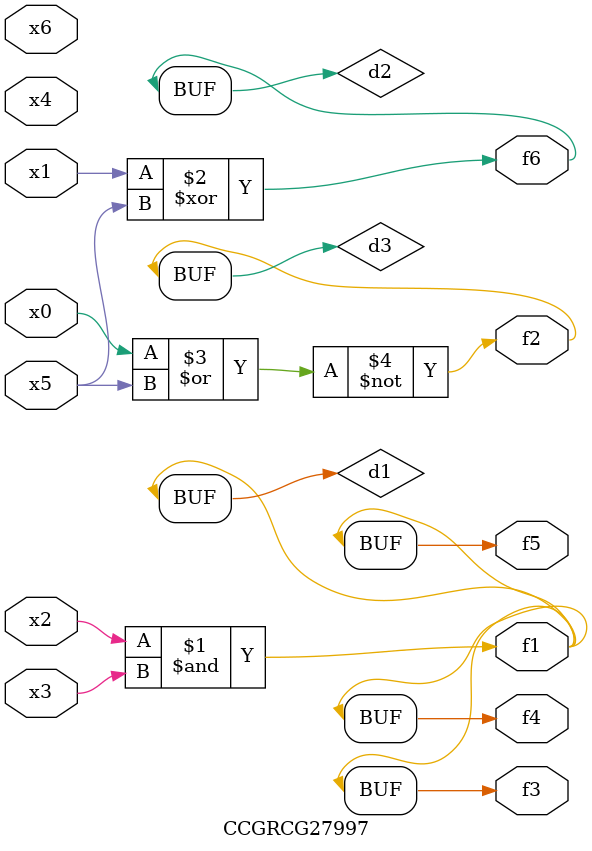
<source format=v>
module CCGRCG27997(
	input x0, x1, x2, x3, x4, x5, x6,
	output f1, f2, f3, f4, f5, f6
);

	wire d1, d2, d3;

	and (d1, x2, x3);
	xor (d2, x1, x5);
	nor (d3, x0, x5);
	assign f1 = d1;
	assign f2 = d3;
	assign f3 = d1;
	assign f4 = d1;
	assign f5 = d1;
	assign f6 = d2;
endmodule

</source>
